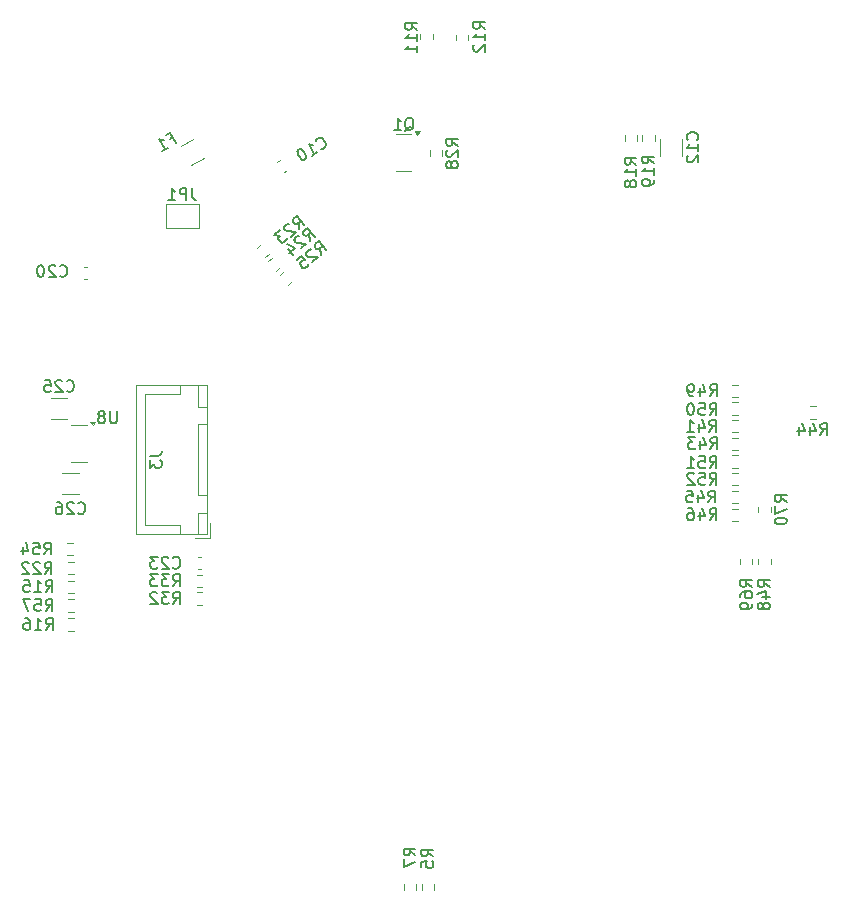
<source format=gbo>
%TF.GenerationSoftware,KiCad,Pcbnew,9.0.2*%
%TF.CreationDate,2026-02-22T16:58:40+01:00*%
%TF.ProjectId,LumiCtrl,4c756d69-4374-4726-9c2e-6b696361645f,rev11*%
%TF.SameCoordinates,Original*%
%TF.FileFunction,Legend,Bot*%
%TF.FilePolarity,Positive*%
%FSLAX46Y46*%
G04 Gerber Fmt 4.6, Leading zero omitted, Abs format (unit mm)*
G04 Created by KiCad (PCBNEW 9.0.2) date 2026-02-22 16:58:41*
%MOMM*%
%LPD*%
G01*
G04 APERTURE LIST*
%ADD10C,0.150000*%
%ADD11C,0.120000*%
G04 APERTURE END LIST*
D10*
X121109580Y-72757142D02*
X121157200Y-72709523D01*
X121157200Y-72709523D02*
X121204819Y-72566666D01*
X121204819Y-72566666D02*
X121204819Y-72471428D01*
X121204819Y-72471428D02*
X121157200Y-72328571D01*
X121157200Y-72328571D02*
X121061961Y-72233333D01*
X121061961Y-72233333D02*
X120966723Y-72185714D01*
X120966723Y-72185714D02*
X120776247Y-72138095D01*
X120776247Y-72138095D02*
X120633390Y-72138095D01*
X120633390Y-72138095D02*
X120442914Y-72185714D01*
X120442914Y-72185714D02*
X120347676Y-72233333D01*
X120347676Y-72233333D02*
X120252438Y-72328571D01*
X120252438Y-72328571D02*
X120204819Y-72471428D01*
X120204819Y-72471428D02*
X120204819Y-72566666D01*
X120204819Y-72566666D02*
X120252438Y-72709523D01*
X120252438Y-72709523D02*
X120300057Y-72757142D01*
X121204819Y-73709523D02*
X121204819Y-73138095D01*
X121204819Y-73423809D02*
X120204819Y-73423809D01*
X120204819Y-73423809D02*
X120347676Y-73328571D01*
X120347676Y-73328571D02*
X120442914Y-73233333D01*
X120442914Y-73233333D02*
X120490533Y-73138095D01*
X120300057Y-74090476D02*
X120252438Y-74138095D01*
X120252438Y-74138095D02*
X120204819Y-74233333D01*
X120204819Y-74233333D02*
X120204819Y-74471428D01*
X120204819Y-74471428D02*
X120252438Y-74566666D01*
X120252438Y-74566666D02*
X120300057Y-74614285D01*
X120300057Y-74614285D02*
X120395295Y-74661904D01*
X120395295Y-74661904D02*
X120490533Y-74661904D01*
X120490533Y-74661904D02*
X120633390Y-74614285D01*
X120633390Y-74614285D02*
X121204819Y-74042857D01*
X121204819Y-74042857D02*
X121204819Y-74661904D01*
X122064773Y-103458541D02*
X122398106Y-102982350D01*
X122636201Y-103458541D02*
X122636201Y-102458541D01*
X122636201Y-102458541D02*
X122255249Y-102458541D01*
X122255249Y-102458541D02*
X122160011Y-102506160D01*
X122160011Y-102506160D02*
X122112392Y-102553779D01*
X122112392Y-102553779D02*
X122064773Y-102649017D01*
X122064773Y-102649017D02*
X122064773Y-102791874D01*
X122064773Y-102791874D02*
X122112392Y-102887112D01*
X122112392Y-102887112D02*
X122160011Y-102934731D01*
X122160011Y-102934731D02*
X122255249Y-102982350D01*
X122255249Y-102982350D02*
X122636201Y-102982350D01*
X121207630Y-102791874D02*
X121207630Y-103458541D01*
X121445725Y-102410922D02*
X121683820Y-103125207D01*
X121683820Y-103125207D02*
X121064773Y-103125207D01*
X120207630Y-102458541D02*
X120683820Y-102458541D01*
X120683820Y-102458541D02*
X120731439Y-102934731D01*
X120731439Y-102934731D02*
X120683820Y-102887112D01*
X120683820Y-102887112D02*
X120588582Y-102839493D01*
X120588582Y-102839493D02*
X120350487Y-102839493D01*
X120350487Y-102839493D02*
X120255249Y-102887112D01*
X120255249Y-102887112D02*
X120207630Y-102934731D01*
X120207630Y-102934731D02*
X120160011Y-103029969D01*
X120160011Y-103029969D02*
X120160011Y-103268064D01*
X120160011Y-103268064D02*
X120207630Y-103363302D01*
X120207630Y-103363302D02*
X120255249Y-103410922D01*
X120255249Y-103410922D02*
X120350487Y-103458541D01*
X120350487Y-103458541D02*
X120588582Y-103458541D01*
X120588582Y-103458541D02*
X120683820Y-103410922D01*
X120683820Y-103410922D02*
X120731439Y-103363302D01*
X122163751Y-104954819D02*
X122497084Y-104478628D01*
X122735179Y-104954819D02*
X122735179Y-103954819D01*
X122735179Y-103954819D02*
X122354227Y-103954819D01*
X122354227Y-103954819D02*
X122258989Y-104002438D01*
X122258989Y-104002438D02*
X122211370Y-104050057D01*
X122211370Y-104050057D02*
X122163751Y-104145295D01*
X122163751Y-104145295D02*
X122163751Y-104288152D01*
X122163751Y-104288152D02*
X122211370Y-104383390D01*
X122211370Y-104383390D02*
X122258989Y-104431009D01*
X122258989Y-104431009D02*
X122354227Y-104478628D01*
X122354227Y-104478628D02*
X122735179Y-104478628D01*
X121306608Y-104288152D02*
X121306608Y-104954819D01*
X121544703Y-103907200D02*
X121782798Y-104621485D01*
X121782798Y-104621485D02*
X121163751Y-104621485D01*
X120354227Y-103954819D02*
X120544703Y-103954819D01*
X120544703Y-103954819D02*
X120639941Y-104002438D01*
X120639941Y-104002438D02*
X120687560Y-104050057D01*
X120687560Y-104050057D02*
X120782798Y-104192914D01*
X120782798Y-104192914D02*
X120830417Y-104383390D01*
X120830417Y-104383390D02*
X120830417Y-104764342D01*
X120830417Y-104764342D02*
X120782798Y-104859580D01*
X120782798Y-104859580D02*
X120735179Y-104907200D01*
X120735179Y-104907200D02*
X120639941Y-104954819D01*
X120639941Y-104954819D02*
X120449465Y-104954819D01*
X120449465Y-104954819D02*
X120354227Y-104907200D01*
X120354227Y-104907200D02*
X120306608Y-104859580D01*
X120306608Y-104859580D02*
X120258989Y-104764342D01*
X120258989Y-104764342D02*
X120258989Y-104526247D01*
X120258989Y-104526247D02*
X120306608Y-104431009D01*
X120306608Y-104431009D02*
X120354227Y-104383390D01*
X120354227Y-104383390D02*
X120449465Y-104335771D01*
X120449465Y-104335771D02*
X120639941Y-104335771D01*
X120639941Y-104335771D02*
X120735179Y-104383390D01*
X120735179Y-104383390D02*
X120782798Y-104431009D01*
X120782798Y-104431009D02*
X120830417Y-104526247D01*
X88284809Y-81335190D02*
X88234068Y-80756145D01*
X88722548Y-80967883D02*
X88079761Y-80201839D01*
X88079761Y-80201839D02*
X87787934Y-80446710D01*
X87787934Y-80446710D02*
X87745587Y-80544406D01*
X87745587Y-80544406D02*
X87739717Y-80611494D01*
X87739717Y-80611494D02*
X87764457Y-80715059D01*
X87764457Y-80715059D02*
X87856284Y-80824494D01*
X87856284Y-80824494D02*
X87953980Y-80866842D01*
X87953980Y-80866842D02*
X88021067Y-80872711D01*
X88021067Y-80872711D02*
X88124633Y-80847972D01*
X88124633Y-80847972D02*
X88416459Y-80603100D01*
X87411413Y-80886974D02*
X87344325Y-80881105D01*
X87344325Y-80881105D02*
X87240760Y-80905844D01*
X87240760Y-80905844D02*
X87058368Y-81058889D01*
X87058368Y-81058889D02*
X87016021Y-81156585D01*
X87016021Y-81156585D02*
X87010151Y-81223672D01*
X87010151Y-81223672D02*
X87034891Y-81327238D01*
X87034891Y-81327238D02*
X87096109Y-81400195D01*
X87096109Y-81400195D02*
X87224414Y-81479021D01*
X87224414Y-81479021D02*
X88029461Y-81549453D01*
X88029461Y-81549453D02*
X87555243Y-81947369D01*
X86470108Y-81987634D02*
X86898633Y-82498330D01*
X86407628Y-81542763D02*
X87049154Y-81936892D01*
X87049154Y-81936892D02*
X86574936Y-82334809D01*
X117454819Y-74757142D02*
X116978628Y-74423809D01*
X117454819Y-74185714D02*
X116454819Y-74185714D01*
X116454819Y-74185714D02*
X116454819Y-74566666D01*
X116454819Y-74566666D02*
X116502438Y-74661904D01*
X116502438Y-74661904D02*
X116550057Y-74709523D01*
X116550057Y-74709523D02*
X116645295Y-74757142D01*
X116645295Y-74757142D02*
X116788152Y-74757142D01*
X116788152Y-74757142D02*
X116883390Y-74709523D01*
X116883390Y-74709523D02*
X116931009Y-74661904D01*
X116931009Y-74661904D02*
X116978628Y-74566666D01*
X116978628Y-74566666D02*
X116978628Y-74185714D01*
X117454819Y-75709523D02*
X117454819Y-75138095D01*
X117454819Y-75423809D02*
X116454819Y-75423809D01*
X116454819Y-75423809D02*
X116597676Y-75328571D01*
X116597676Y-75328571D02*
X116692914Y-75233333D01*
X116692914Y-75233333D02*
X116740533Y-75138095D01*
X117454819Y-76185714D02*
X117454819Y-76376190D01*
X117454819Y-76376190D02*
X117407200Y-76471428D01*
X117407200Y-76471428D02*
X117359580Y-76519047D01*
X117359580Y-76519047D02*
X117216723Y-76614285D01*
X117216723Y-76614285D02*
X117026247Y-76661904D01*
X117026247Y-76661904D02*
X116645295Y-76661904D01*
X116645295Y-76661904D02*
X116550057Y-76614285D01*
X116550057Y-76614285D02*
X116502438Y-76566666D01*
X116502438Y-76566666D02*
X116454819Y-76471428D01*
X116454819Y-76471428D02*
X116454819Y-76280952D01*
X116454819Y-76280952D02*
X116502438Y-76185714D01*
X116502438Y-76185714D02*
X116550057Y-76138095D01*
X116550057Y-76138095D02*
X116645295Y-76090476D01*
X116645295Y-76090476D02*
X116883390Y-76090476D01*
X116883390Y-76090476D02*
X116978628Y-76138095D01*
X116978628Y-76138095D02*
X117026247Y-76185714D01*
X117026247Y-76185714D02*
X117073866Y-76280952D01*
X117073866Y-76280952D02*
X117073866Y-76471428D01*
X117073866Y-76471428D02*
X117026247Y-76566666D01*
X117026247Y-76566666D02*
X116978628Y-76614285D01*
X116978628Y-76614285D02*
X116883390Y-76661904D01*
X131542857Y-97754819D02*
X131876190Y-97278628D01*
X132114285Y-97754819D02*
X132114285Y-96754819D01*
X132114285Y-96754819D02*
X131733333Y-96754819D01*
X131733333Y-96754819D02*
X131638095Y-96802438D01*
X131638095Y-96802438D02*
X131590476Y-96850057D01*
X131590476Y-96850057D02*
X131542857Y-96945295D01*
X131542857Y-96945295D02*
X131542857Y-97088152D01*
X131542857Y-97088152D02*
X131590476Y-97183390D01*
X131590476Y-97183390D02*
X131638095Y-97231009D01*
X131638095Y-97231009D02*
X131733333Y-97278628D01*
X131733333Y-97278628D02*
X132114285Y-97278628D01*
X130685714Y-97088152D02*
X130685714Y-97754819D01*
X130923809Y-96707200D02*
X131161904Y-97421485D01*
X131161904Y-97421485D02*
X130542857Y-97421485D01*
X129733333Y-97088152D02*
X129733333Y-97754819D01*
X129971428Y-96707200D02*
X130209523Y-97421485D01*
X130209523Y-97421485D02*
X129590476Y-97421485D01*
X100854819Y-73257142D02*
X100378628Y-72923809D01*
X100854819Y-72685714D02*
X99854819Y-72685714D01*
X99854819Y-72685714D02*
X99854819Y-73066666D01*
X99854819Y-73066666D02*
X99902438Y-73161904D01*
X99902438Y-73161904D02*
X99950057Y-73209523D01*
X99950057Y-73209523D02*
X100045295Y-73257142D01*
X100045295Y-73257142D02*
X100188152Y-73257142D01*
X100188152Y-73257142D02*
X100283390Y-73209523D01*
X100283390Y-73209523D02*
X100331009Y-73161904D01*
X100331009Y-73161904D02*
X100378628Y-73066666D01*
X100378628Y-73066666D02*
X100378628Y-72685714D01*
X99950057Y-73638095D02*
X99902438Y-73685714D01*
X99902438Y-73685714D02*
X99854819Y-73780952D01*
X99854819Y-73780952D02*
X99854819Y-74019047D01*
X99854819Y-74019047D02*
X99902438Y-74114285D01*
X99902438Y-74114285D02*
X99950057Y-74161904D01*
X99950057Y-74161904D02*
X100045295Y-74209523D01*
X100045295Y-74209523D02*
X100140533Y-74209523D01*
X100140533Y-74209523D02*
X100283390Y-74161904D01*
X100283390Y-74161904D02*
X100854819Y-73590476D01*
X100854819Y-73590476D02*
X100854819Y-74209523D01*
X100283390Y-74780952D02*
X100235771Y-74685714D01*
X100235771Y-74685714D02*
X100188152Y-74638095D01*
X100188152Y-74638095D02*
X100092914Y-74590476D01*
X100092914Y-74590476D02*
X100045295Y-74590476D01*
X100045295Y-74590476D02*
X99950057Y-74638095D01*
X99950057Y-74638095D02*
X99902438Y-74685714D01*
X99902438Y-74685714D02*
X99854819Y-74780952D01*
X99854819Y-74780952D02*
X99854819Y-74971428D01*
X99854819Y-74971428D02*
X99902438Y-75066666D01*
X99902438Y-75066666D02*
X99950057Y-75114285D01*
X99950057Y-75114285D02*
X100045295Y-75161904D01*
X100045295Y-75161904D02*
X100092914Y-75161904D01*
X100092914Y-75161904D02*
X100188152Y-75114285D01*
X100188152Y-75114285D02*
X100235771Y-75066666D01*
X100235771Y-75066666D02*
X100283390Y-74971428D01*
X100283390Y-74971428D02*
X100283390Y-74780952D01*
X100283390Y-74780952D02*
X100331009Y-74685714D01*
X100331009Y-74685714D02*
X100378628Y-74638095D01*
X100378628Y-74638095D02*
X100473866Y-74590476D01*
X100473866Y-74590476D02*
X100664342Y-74590476D01*
X100664342Y-74590476D02*
X100759580Y-74638095D01*
X100759580Y-74638095D02*
X100807200Y-74685714D01*
X100807200Y-74685714D02*
X100854819Y-74780952D01*
X100854819Y-74780952D02*
X100854819Y-74971428D01*
X100854819Y-74971428D02*
X100807200Y-75066666D01*
X100807200Y-75066666D02*
X100759580Y-75114285D01*
X100759580Y-75114285D02*
X100664342Y-75161904D01*
X100664342Y-75161904D02*
X100473866Y-75161904D01*
X100473866Y-75161904D02*
X100378628Y-75114285D01*
X100378628Y-75114285D02*
X100331009Y-75066666D01*
X100331009Y-75066666D02*
X100283390Y-74971428D01*
X122167857Y-101954819D02*
X122501190Y-101478628D01*
X122739285Y-101954819D02*
X122739285Y-100954819D01*
X122739285Y-100954819D02*
X122358333Y-100954819D01*
X122358333Y-100954819D02*
X122263095Y-101002438D01*
X122263095Y-101002438D02*
X122215476Y-101050057D01*
X122215476Y-101050057D02*
X122167857Y-101145295D01*
X122167857Y-101145295D02*
X122167857Y-101288152D01*
X122167857Y-101288152D02*
X122215476Y-101383390D01*
X122215476Y-101383390D02*
X122263095Y-101431009D01*
X122263095Y-101431009D02*
X122358333Y-101478628D01*
X122358333Y-101478628D02*
X122739285Y-101478628D01*
X121263095Y-100954819D02*
X121739285Y-100954819D01*
X121739285Y-100954819D02*
X121786904Y-101431009D01*
X121786904Y-101431009D02*
X121739285Y-101383390D01*
X121739285Y-101383390D02*
X121644047Y-101335771D01*
X121644047Y-101335771D02*
X121405952Y-101335771D01*
X121405952Y-101335771D02*
X121310714Y-101383390D01*
X121310714Y-101383390D02*
X121263095Y-101431009D01*
X121263095Y-101431009D02*
X121215476Y-101526247D01*
X121215476Y-101526247D02*
X121215476Y-101764342D01*
X121215476Y-101764342D02*
X121263095Y-101859580D01*
X121263095Y-101859580D02*
X121310714Y-101907200D01*
X121310714Y-101907200D02*
X121405952Y-101954819D01*
X121405952Y-101954819D02*
X121644047Y-101954819D01*
X121644047Y-101954819D02*
X121739285Y-101907200D01*
X121739285Y-101907200D02*
X121786904Y-101859580D01*
X120834523Y-101050057D02*
X120786904Y-101002438D01*
X120786904Y-101002438D02*
X120691666Y-100954819D01*
X120691666Y-100954819D02*
X120453571Y-100954819D01*
X120453571Y-100954819D02*
X120358333Y-101002438D01*
X120358333Y-101002438D02*
X120310714Y-101050057D01*
X120310714Y-101050057D02*
X120263095Y-101145295D01*
X120263095Y-101145295D02*
X120263095Y-101240533D01*
X120263095Y-101240533D02*
X120310714Y-101383390D01*
X120310714Y-101383390D02*
X120882142Y-101954819D01*
X120882142Y-101954819D02*
X120263095Y-101954819D01*
X98754819Y-133433333D02*
X98278628Y-133100000D01*
X98754819Y-132861905D02*
X97754819Y-132861905D01*
X97754819Y-132861905D02*
X97754819Y-133242857D01*
X97754819Y-133242857D02*
X97802438Y-133338095D01*
X97802438Y-133338095D02*
X97850057Y-133385714D01*
X97850057Y-133385714D02*
X97945295Y-133433333D01*
X97945295Y-133433333D02*
X98088152Y-133433333D01*
X98088152Y-133433333D02*
X98183390Y-133385714D01*
X98183390Y-133385714D02*
X98231009Y-133338095D01*
X98231009Y-133338095D02*
X98278628Y-133242857D01*
X98278628Y-133242857D02*
X98278628Y-132861905D01*
X97754819Y-134338095D02*
X97754819Y-133861905D01*
X97754819Y-133861905D02*
X98231009Y-133814286D01*
X98231009Y-133814286D02*
X98183390Y-133861905D01*
X98183390Y-133861905D02*
X98135771Y-133957143D01*
X98135771Y-133957143D02*
X98135771Y-134195238D01*
X98135771Y-134195238D02*
X98183390Y-134290476D01*
X98183390Y-134290476D02*
X98231009Y-134338095D01*
X98231009Y-134338095D02*
X98326247Y-134385714D01*
X98326247Y-134385714D02*
X98564342Y-134385714D01*
X98564342Y-134385714D02*
X98659580Y-134338095D01*
X98659580Y-134338095D02*
X98707200Y-134290476D01*
X98707200Y-134290476D02*
X98754819Y-134195238D01*
X98754819Y-134195238D02*
X98754819Y-133957143D01*
X98754819Y-133957143D02*
X98707200Y-133861905D01*
X98707200Y-133861905D02*
X98659580Y-133814286D01*
X67717857Y-94009580D02*
X67765476Y-94057200D01*
X67765476Y-94057200D02*
X67908333Y-94104819D01*
X67908333Y-94104819D02*
X68003571Y-94104819D01*
X68003571Y-94104819D02*
X68146428Y-94057200D01*
X68146428Y-94057200D02*
X68241666Y-93961961D01*
X68241666Y-93961961D02*
X68289285Y-93866723D01*
X68289285Y-93866723D02*
X68336904Y-93676247D01*
X68336904Y-93676247D02*
X68336904Y-93533390D01*
X68336904Y-93533390D02*
X68289285Y-93342914D01*
X68289285Y-93342914D02*
X68241666Y-93247676D01*
X68241666Y-93247676D02*
X68146428Y-93152438D01*
X68146428Y-93152438D02*
X68003571Y-93104819D01*
X68003571Y-93104819D02*
X67908333Y-93104819D01*
X67908333Y-93104819D02*
X67765476Y-93152438D01*
X67765476Y-93152438D02*
X67717857Y-93200057D01*
X67336904Y-93200057D02*
X67289285Y-93152438D01*
X67289285Y-93152438D02*
X67194047Y-93104819D01*
X67194047Y-93104819D02*
X66955952Y-93104819D01*
X66955952Y-93104819D02*
X66860714Y-93152438D01*
X66860714Y-93152438D02*
X66813095Y-93200057D01*
X66813095Y-93200057D02*
X66765476Y-93295295D01*
X66765476Y-93295295D02*
X66765476Y-93390533D01*
X66765476Y-93390533D02*
X66813095Y-93533390D01*
X66813095Y-93533390D02*
X67384523Y-94104819D01*
X67384523Y-94104819D02*
X66765476Y-94104819D01*
X65860714Y-93104819D02*
X66336904Y-93104819D01*
X66336904Y-93104819D02*
X66384523Y-93581009D01*
X66384523Y-93581009D02*
X66336904Y-93533390D01*
X66336904Y-93533390D02*
X66241666Y-93485771D01*
X66241666Y-93485771D02*
X66003571Y-93485771D01*
X66003571Y-93485771D02*
X65908333Y-93533390D01*
X65908333Y-93533390D02*
X65860714Y-93581009D01*
X65860714Y-93581009D02*
X65813095Y-93676247D01*
X65813095Y-93676247D02*
X65813095Y-93914342D01*
X65813095Y-93914342D02*
X65860714Y-94009580D01*
X65860714Y-94009580D02*
X65908333Y-94057200D01*
X65908333Y-94057200D02*
X66003571Y-94104819D01*
X66003571Y-94104819D02*
X66241666Y-94104819D01*
X66241666Y-94104819D02*
X66336904Y-94057200D01*
X66336904Y-94057200D02*
X66384523Y-94009580D01*
X65855357Y-109504819D02*
X66188690Y-109028628D01*
X66426785Y-109504819D02*
X66426785Y-108504819D01*
X66426785Y-108504819D02*
X66045833Y-108504819D01*
X66045833Y-108504819D02*
X65950595Y-108552438D01*
X65950595Y-108552438D02*
X65902976Y-108600057D01*
X65902976Y-108600057D02*
X65855357Y-108695295D01*
X65855357Y-108695295D02*
X65855357Y-108838152D01*
X65855357Y-108838152D02*
X65902976Y-108933390D01*
X65902976Y-108933390D02*
X65950595Y-108981009D01*
X65950595Y-108981009D02*
X66045833Y-109028628D01*
X66045833Y-109028628D02*
X66426785Y-109028628D01*
X65474404Y-108600057D02*
X65426785Y-108552438D01*
X65426785Y-108552438D02*
X65331547Y-108504819D01*
X65331547Y-108504819D02*
X65093452Y-108504819D01*
X65093452Y-108504819D02*
X64998214Y-108552438D01*
X64998214Y-108552438D02*
X64950595Y-108600057D01*
X64950595Y-108600057D02*
X64902976Y-108695295D01*
X64902976Y-108695295D02*
X64902976Y-108790533D01*
X64902976Y-108790533D02*
X64950595Y-108933390D01*
X64950595Y-108933390D02*
X65522023Y-109504819D01*
X65522023Y-109504819D02*
X64902976Y-109504819D01*
X64522023Y-108600057D02*
X64474404Y-108552438D01*
X64474404Y-108552438D02*
X64379166Y-108504819D01*
X64379166Y-108504819D02*
X64141071Y-108504819D01*
X64141071Y-108504819D02*
X64045833Y-108552438D01*
X64045833Y-108552438D02*
X63998214Y-108600057D01*
X63998214Y-108600057D02*
X63950595Y-108695295D01*
X63950595Y-108695295D02*
X63950595Y-108790533D01*
X63950595Y-108790533D02*
X63998214Y-108933390D01*
X63998214Y-108933390D02*
X64569642Y-109504819D01*
X64569642Y-109504819D02*
X63950595Y-109504819D01*
X67142857Y-84259580D02*
X67190476Y-84307200D01*
X67190476Y-84307200D02*
X67333333Y-84354819D01*
X67333333Y-84354819D02*
X67428571Y-84354819D01*
X67428571Y-84354819D02*
X67571428Y-84307200D01*
X67571428Y-84307200D02*
X67666666Y-84211961D01*
X67666666Y-84211961D02*
X67714285Y-84116723D01*
X67714285Y-84116723D02*
X67761904Y-83926247D01*
X67761904Y-83926247D02*
X67761904Y-83783390D01*
X67761904Y-83783390D02*
X67714285Y-83592914D01*
X67714285Y-83592914D02*
X67666666Y-83497676D01*
X67666666Y-83497676D02*
X67571428Y-83402438D01*
X67571428Y-83402438D02*
X67428571Y-83354819D01*
X67428571Y-83354819D02*
X67333333Y-83354819D01*
X67333333Y-83354819D02*
X67190476Y-83402438D01*
X67190476Y-83402438D02*
X67142857Y-83450057D01*
X66761904Y-83450057D02*
X66714285Y-83402438D01*
X66714285Y-83402438D02*
X66619047Y-83354819D01*
X66619047Y-83354819D02*
X66380952Y-83354819D01*
X66380952Y-83354819D02*
X66285714Y-83402438D01*
X66285714Y-83402438D02*
X66238095Y-83450057D01*
X66238095Y-83450057D02*
X66190476Y-83545295D01*
X66190476Y-83545295D02*
X66190476Y-83640533D01*
X66190476Y-83640533D02*
X66238095Y-83783390D01*
X66238095Y-83783390D02*
X66809523Y-84354819D01*
X66809523Y-84354819D02*
X66190476Y-84354819D01*
X65571428Y-83354819D02*
X65476190Y-83354819D01*
X65476190Y-83354819D02*
X65380952Y-83402438D01*
X65380952Y-83402438D02*
X65333333Y-83450057D01*
X65333333Y-83450057D02*
X65285714Y-83545295D01*
X65285714Y-83545295D02*
X65238095Y-83735771D01*
X65238095Y-83735771D02*
X65238095Y-83973866D01*
X65238095Y-83973866D02*
X65285714Y-84164342D01*
X65285714Y-84164342D02*
X65333333Y-84259580D01*
X65333333Y-84259580D02*
X65380952Y-84307200D01*
X65380952Y-84307200D02*
X65476190Y-84354819D01*
X65476190Y-84354819D02*
X65571428Y-84354819D01*
X65571428Y-84354819D02*
X65666666Y-84307200D01*
X65666666Y-84307200D02*
X65714285Y-84259580D01*
X65714285Y-84259580D02*
X65761904Y-84164342D01*
X65761904Y-84164342D02*
X65809523Y-83973866D01*
X65809523Y-83973866D02*
X65809523Y-83735771D01*
X65809523Y-83735771D02*
X65761904Y-83545295D01*
X65761904Y-83545295D02*
X65714285Y-83450057D01*
X65714285Y-83450057D02*
X65666666Y-83402438D01*
X65666666Y-83402438D02*
X65571428Y-83354819D01*
X87412429Y-80335189D02*
X87361688Y-79756144D01*
X87850168Y-79967882D02*
X87207381Y-79201838D01*
X87207381Y-79201838D02*
X86915554Y-79446709D01*
X86915554Y-79446709D02*
X86873207Y-79544405D01*
X86873207Y-79544405D02*
X86867337Y-79611493D01*
X86867337Y-79611493D02*
X86892077Y-79715058D01*
X86892077Y-79715058D02*
X86983904Y-79824493D01*
X86983904Y-79824493D02*
X87081600Y-79866841D01*
X87081600Y-79866841D02*
X87148687Y-79872710D01*
X87148687Y-79872710D02*
X87252253Y-79847971D01*
X87252253Y-79847971D02*
X87544079Y-79603099D01*
X86539033Y-79886973D02*
X86471945Y-79881104D01*
X86471945Y-79881104D02*
X86368380Y-79905843D01*
X86368380Y-79905843D02*
X86185988Y-80058888D01*
X86185988Y-80058888D02*
X86143641Y-80156584D01*
X86143641Y-80156584D02*
X86137771Y-80223671D01*
X86137771Y-80223671D02*
X86162511Y-80327237D01*
X86162511Y-80327237D02*
X86223729Y-80400194D01*
X86223729Y-80400194D02*
X86352034Y-80479020D01*
X86352034Y-80479020D02*
X87157081Y-80549452D01*
X87157081Y-80549452D02*
X86682863Y-80947368D01*
X85784727Y-80395586D02*
X85310509Y-80793502D01*
X85310509Y-80793502D02*
X85810728Y-80871066D01*
X85810728Y-80871066D02*
X85701294Y-80962893D01*
X85701294Y-80962893D02*
X85658946Y-81060589D01*
X85658946Y-81060589D02*
X85653076Y-81127677D01*
X85653076Y-81127677D02*
X85677816Y-81231242D01*
X85677816Y-81231242D02*
X85830861Y-81413634D01*
X85830861Y-81413634D02*
X85928557Y-81455981D01*
X85928557Y-81455981D02*
X85995644Y-81461851D01*
X85995644Y-81461851D02*
X86099210Y-81437111D01*
X86099210Y-81437111D02*
X86318079Y-81253458D01*
X86318079Y-81253458D02*
X86360427Y-81155761D01*
X86360427Y-81155761D02*
X86366297Y-81088674D01*
X97404819Y-63457142D02*
X96928628Y-63123809D01*
X97404819Y-62885714D02*
X96404819Y-62885714D01*
X96404819Y-62885714D02*
X96404819Y-63266666D01*
X96404819Y-63266666D02*
X96452438Y-63361904D01*
X96452438Y-63361904D02*
X96500057Y-63409523D01*
X96500057Y-63409523D02*
X96595295Y-63457142D01*
X96595295Y-63457142D02*
X96738152Y-63457142D01*
X96738152Y-63457142D02*
X96833390Y-63409523D01*
X96833390Y-63409523D02*
X96881009Y-63361904D01*
X96881009Y-63361904D02*
X96928628Y-63266666D01*
X96928628Y-63266666D02*
X96928628Y-62885714D01*
X97404819Y-64409523D02*
X97404819Y-63838095D01*
X97404819Y-64123809D02*
X96404819Y-64123809D01*
X96404819Y-64123809D02*
X96547676Y-64028571D01*
X96547676Y-64028571D02*
X96642914Y-63933333D01*
X96642914Y-63933333D02*
X96690533Y-63838095D01*
X97404819Y-65361904D02*
X97404819Y-64790476D01*
X97404819Y-65076190D02*
X96404819Y-65076190D01*
X96404819Y-65076190D02*
X96547676Y-64980952D01*
X96547676Y-64980952D02*
X96642914Y-64885714D01*
X96642914Y-64885714D02*
X96690533Y-64790476D01*
X128684819Y-103407142D02*
X128208628Y-103073809D01*
X128684819Y-102835714D02*
X127684819Y-102835714D01*
X127684819Y-102835714D02*
X127684819Y-103216666D01*
X127684819Y-103216666D02*
X127732438Y-103311904D01*
X127732438Y-103311904D02*
X127780057Y-103359523D01*
X127780057Y-103359523D02*
X127875295Y-103407142D01*
X127875295Y-103407142D02*
X128018152Y-103407142D01*
X128018152Y-103407142D02*
X128113390Y-103359523D01*
X128113390Y-103359523D02*
X128161009Y-103311904D01*
X128161009Y-103311904D02*
X128208628Y-103216666D01*
X128208628Y-103216666D02*
X128208628Y-102835714D01*
X127684819Y-103740476D02*
X127684819Y-104407142D01*
X127684819Y-104407142D02*
X128684819Y-103978571D01*
X127684819Y-104978571D02*
X127684819Y-105073809D01*
X127684819Y-105073809D02*
X127732438Y-105169047D01*
X127732438Y-105169047D02*
X127780057Y-105216666D01*
X127780057Y-105216666D02*
X127875295Y-105264285D01*
X127875295Y-105264285D02*
X128065771Y-105311904D01*
X128065771Y-105311904D02*
X128303866Y-105311904D01*
X128303866Y-105311904D02*
X128494342Y-105264285D01*
X128494342Y-105264285D02*
X128589580Y-105216666D01*
X128589580Y-105216666D02*
X128637200Y-105169047D01*
X128637200Y-105169047D02*
X128684819Y-105073809D01*
X128684819Y-105073809D02*
X128684819Y-104978571D01*
X128684819Y-104978571D02*
X128637200Y-104883333D01*
X128637200Y-104883333D02*
X128589580Y-104835714D01*
X128589580Y-104835714D02*
X128494342Y-104788095D01*
X128494342Y-104788095D02*
X128303866Y-104740476D01*
X128303866Y-104740476D02*
X128065771Y-104740476D01*
X128065771Y-104740476D02*
X127875295Y-104788095D01*
X127875295Y-104788095D02*
X127780057Y-104835714D01*
X127780057Y-104835714D02*
X127732438Y-104883333D01*
X127732438Y-104883333D02*
X127684819Y-104978571D01*
X76715239Y-110554819D02*
X77048572Y-110078628D01*
X77286667Y-110554819D02*
X77286667Y-109554819D01*
X77286667Y-109554819D02*
X76905715Y-109554819D01*
X76905715Y-109554819D02*
X76810477Y-109602438D01*
X76810477Y-109602438D02*
X76762858Y-109650057D01*
X76762858Y-109650057D02*
X76715239Y-109745295D01*
X76715239Y-109745295D02*
X76715239Y-109888152D01*
X76715239Y-109888152D02*
X76762858Y-109983390D01*
X76762858Y-109983390D02*
X76810477Y-110031009D01*
X76810477Y-110031009D02*
X76905715Y-110078628D01*
X76905715Y-110078628D02*
X77286667Y-110078628D01*
X76381905Y-109554819D02*
X75762858Y-109554819D01*
X75762858Y-109554819D02*
X76096191Y-109935771D01*
X76096191Y-109935771D02*
X75953334Y-109935771D01*
X75953334Y-109935771D02*
X75858096Y-109983390D01*
X75858096Y-109983390D02*
X75810477Y-110031009D01*
X75810477Y-110031009D02*
X75762858Y-110126247D01*
X75762858Y-110126247D02*
X75762858Y-110364342D01*
X75762858Y-110364342D02*
X75810477Y-110459580D01*
X75810477Y-110459580D02*
X75858096Y-110507200D01*
X75858096Y-110507200D02*
X75953334Y-110554819D01*
X75953334Y-110554819D02*
X76239048Y-110554819D01*
X76239048Y-110554819D02*
X76334286Y-110507200D01*
X76334286Y-110507200D02*
X76381905Y-110459580D01*
X75429524Y-109554819D02*
X74810477Y-109554819D01*
X74810477Y-109554819D02*
X75143810Y-109935771D01*
X75143810Y-109935771D02*
X75000953Y-109935771D01*
X75000953Y-109935771D02*
X74905715Y-109983390D01*
X74905715Y-109983390D02*
X74858096Y-110031009D01*
X74858096Y-110031009D02*
X74810477Y-110126247D01*
X74810477Y-110126247D02*
X74810477Y-110364342D01*
X74810477Y-110364342D02*
X74858096Y-110459580D01*
X74858096Y-110459580D02*
X74905715Y-110507200D01*
X74905715Y-110507200D02*
X75000953Y-110554819D01*
X75000953Y-110554819D02*
X75286667Y-110554819D01*
X75286667Y-110554819D02*
X75381905Y-110507200D01*
X75381905Y-110507200D02*
X75429524Y-110459580D01*
X89257004Y-82494369D02*
X89206263Y-81915324D01*
X89694743Y-82127062D02*
X89051956Y-81361018D01*
X89051956Y-81361018D02*
X88760129Y-81605889D01*
X88760129Y-81605889D02*
X88717782Y-81703585D01*
X88717782Y-81703585D02*
X88711912Y-81770673D01*
X88711912Y-81770673D02*
X88736652Y-81874238D01*
X88736652Y-81874238D02*
X88828479Y-81983673D01*
X88828479Y-81983673D02*
X88926175Y-82026021D01*
X88926175Y-82026021D02*
X88993262Y-82031890D01*
X88993262Y-82031890D02*
X89096828Y-82007151D01*
X89096828Y-82007151D02*
X89388654Y-81762279D01*
X88383608Y-82046153D02*
X88316520Y-82040284D01*
X88316520Y-82040284D02*
X88212955Y-82065023D01*
X88212955Y-82065023D02*
X88030563Y-82218068D01*
X88030563Y-82218068D02*
X87988216Y-82315764D01*
X87988216Y-82315764D02*
X87982346Y-82382851D01*
X87982346Y-82382851D02*
X88007086Y-82486417D01*
X88007086Y-82486417D02*
X88068304Y-82559374D01*
X88068304Y-82559374D02*
X88196609Y-82638200D01*
X88196609Y-82638200D02*
X89001656Y-82708632D01*
X89001656Y-82708632D02*
X88527438Y-83106548D01*
X87191562Y-82922073D02*
X87556345Y-82615984D01*
X87556345Y-82615984D02*
X87898913Y-82950158D01*
X87898913Y-82950158D02*
X87831826Y-82944289D01*
X87831826Y-82944289D02*
X87728260Y-82969028D01*
X87728260Y-82969028D02*
X87545869Y-83122073D01*
X87545869Y-83122073D02*
X87503521Y-83219769D01*
X87503521Y-83219769D02*
X87497651Y-83286857D01*
X87497651Y-83286857D02*
X87522391Y-83390422D01*
X87522391Y-83390422D02*
X87675436Y-83572814D01*
X87675436Y-83572814D02*
X87773132Y-83615161D01*
X87773132Y-83615161D02*
X87840219Y-83621031D01*
X87840219Y-83621031D02*
X87943785Y-83596291D01*
X87943785Y-83596291D02*
X88126176Y-83443246D01*
X88126176Y-83443246D02*
X88168524Y-83345550D01*
X88168524Y-83345550D02*
X88174393Y-83278463D01*
X122167857Y-100554819D02*
X122501190Y-100078628D01*
X122739285Y-100554819D02*
X122739285Y-99554819D01*
X122739285Y-99554819D02*
X122358333Y-99554819D01*
X122358333Y-99554819D02*
X122263095Y-99602438D01*
X122263095Y-99602438D02*
X122215476Y-99650057D01*
X122215476Y-99650057D02*
X122167857Y-99745295D01*
X122167857Y-99745295D02*
X122167857Y-99888152D01*
X122167857Y-99888152D02*
X122215476Y-99983390D01*
X122215476Y-99983390D02*
X122263095Y-100031009D01*
X122263095Y-100031009D02*
X122358333Y-100078628D01*
X122358333Y-100078628D02*
X122739285Y-100078628D01*
X121263095Y-99554819D02*
X121739285Y-99554819D01*
X121739285Y-99554819D02*
X121786904Y-100031009D01*
X121786904Y-100031009D02*
X121739285Y-99983390D01*
X121739285Y-99983390D02*
X121644047Y-99935771D01*
X121644047Y-99935771D02*
X121405952Y-99935771D01*
X121405952Y-99935771D02*
X121310714Y-99983390D01*
X121310714Y-99983390D02*
X121263095Y-100031009D01*
X121263095Y-100031009D02*
X121215476Y-100126247D01*
X121215476Y-100126247D02*
X121215476Y-100364342D01*
X121215476Y-100364342D02*
X121263095Y-100459580D01*
X121263095Y-100459580D02*
X121310714Y-100507200D01*
X121310714Y-100507200D02*
X121405952Y-100554819D01*
X121405952Y-100554819D02*
X121644047Y-100554819D01*
X121644047Y-100554819D02*
X121739285Y-100507200D01*
X121739285Y-100507200D02*
X121786904Y-100459580D01*
X120263095Y-100554819D02*
X120834523Y-100554819D01*
X120548809Y-100554819D02*
X120548809Y-99554819D01*
X120548809Y-99554819D02*
X120644047Y-99697676D01*
X120644047Y-99697676D02*
X120739285Y-99792914D01*
X120739285Y-99792914D02*
X120834523Y-99840533D01*
X97254819Y-133333333D02*
X96778628Y-133000000D01*
X97254819Y-132761905D02*
X96254819Y-132761905D01*
X96254819Y-132761905D02*
X96254819Y-133142857D01*
X96254819Y-133142857D02*
X96302438Y-133238095D01*
X96302438Y-133238095D02*
X96350057Y-133285714D01*
X96350057Y-133285714D02*
X96445295Y-133333333D01*
X96445295Y-133333333D02*
X96588152Y-133333333D01*
X96588152Y-133333333D02*
X96683390Y-133285714D01*
X96683390Y-133285714D02*
X96731009Y-133238095D01*
X96731009Y-133238095D02*
X96778628Y-133142857D01*
X96778628Y-133142857D02*
X96778628Y-132761905D01*
X96254819Y-133666667D02*
X96254819Y-134333333D01*
X96254819Y-134333333D02*
X97254819Y-133904762D01*
X78333333Y-76854819D02*
X78333333Y-77569104D01*
X78333333Y-77569104D02*
X78380952Y-77711961D01*
X78380952Y-77711961D02*
X78476190Y-77807200D01*
X78476190Y-77807200D02*
X78619047Y-77854819D01*
X78619047Y-77854819D02*
X78714285Y-77854819D01*
X77857142Y-77854819D02*
X77857142Y-76854819D01*
X77857142Y-76854819D02*
X77476190Y-76854819D01*
X77476190Y-76854819D02*
X77380952Y-76902438D01*
X77380952Y-76902438D02*
X77333333Y-76950057D01*
X77333333Y-76950057D02*
X77285714Y-77045295D01*
X77285714Y-77045295D02*
X77285714Y-77188152D01*
X77285714Y-77188152D02*
X77333333Y-77283390D01*
X77333333Y-77283390D02*
X77380952Y-77331009D01*
X77380952Y-77331009D02*
X77476190Y-77378628D01*
X77476190Y-77378628D02*
X77857142Y-77378628D01*
X76333333Y-77854819D02*
X76904761Y-77854819D01*
X76619047Y-77854819D02*
X76619047Y-76854819D01*
X76619047Y-76854819D02*
X76714285Y-76997676D01*
X76714285Y-76997676D02*
X76809523Y-77092914D01*
X76809523Y-77092914D02*
X76904761Y-77140533D01*
X76454178Y-72723585D02*
X76742854Y-72556919D01*
X77004758Y-73010551D02*
X76504758Y-72144526D01*
X76504758Y-72144526D02*
X76092365Y-72382621D01*
X75808818Y-73701027D02*
X76303690Y-73415313D01*
X76056254Y-73558170D02*
X75556254Y-72692145D01*
X75556254Y-72692145D02*
X75710161Y-72768244D01*
X75710161Y-72768244D02*
X75840259Y-72803103D01*
X75840259Y-72803103D02*
X75946547Y-72796723D01*
X127251097Y-110606743D02*
X126774906Y-110273410D01*
X127251097Y-110035315D02*
X126251097Y-110035315D01*
X126251097Y-110035315D02*
X126251097Y-110416267D01*
X126251097Y-110416267D02*
X126298716Y-110511505D01*
X126298716Y-110511505D02*
X126346335Y-110559124D01*
X126346335Y-110559124D02*
X126441573Y-110606743D01*
X126441573Y-110606743D02*
X126584430Y-110606743D01*
X126584430Y-110606743D02*
X126679668Y-110559124D01*
X126679668Y-110559124D02*
X126727287Y-110511505D01*
X126727287Y-110511505D02*
X126774906Y-110416267D01*
X126774906Y-110416267D02*
X126774906Y-110035315D01*
X126584430Y-111463886D02*
X127251097Y-111463886D01*
X126203478Y-111225791D02*
X126917763Y-110987696D01*
X126917763Y-110987696D02*
X126917763Y-111606743D01*
X126679668Y-112130553D02*
X126632049Y-112035315D01*
X126632049Y-112035315D02*
X126584430Y-111987696D01*
X126584430Y-111987696D02*
X126489192Y-111940077D01*
X126489192Y-111940077D02*
X126441573Y-111940077D01*
X126441573Y-111940077D02*
X126346335Y-111987696D01*
X126346335Y-111987696D02*
X126298716Y-112035315D01*
X126298716Y-112035315D02*
X126251097Y-112130553D01*
X126251097Y-112130553D02*
X126251097Y-112321029D01*
X126251097Y-112321029D02*
X126298716Y-112416267D01*
X126298716Y-112416267D02*
X126346335Y-112463886D01*
X126346335Y-112463886D02*
X126441573Y-112511505D01*
X126441573Y-112511505D02*
X126489192Y-112511505D01*
X126489192Y-112511505D02*
X126584430Y-112463886D01*
X126584430Y-112463886D02*
X126632049Y-112416267D01*
X126632049Y-112416267D02*
X126679668Y-112321029D01*
X126679668Y-112321029D02*
X126679668Y-112130553D01*
X126679668Y-112130553D02*
X126727287Y-112035315D01*
X126727287Y-112035315D02*
X126774906Y-111987696D01*
X126774906Y-111987696D02*
X126870144Y-111940077D01*
X126870144Y-111940077D02*
X127060620Y-111940077D01*
X127060620Y-111940077D02*
X127155858Y-111987696D01*
X127155858Y-111987696D02*
X127203478Y-112035315D01*
X127203478Y-112035315D02*
X127251097Y-112130553D01*
X127251097Y-112130553D02*
X127251097Y-112321029D01*
X127251097Y-112321029D02*
X127203478Y-112416267D01*
X127203478Y-112416267D02*
X127155858Y-112463886D01*
X127155858Y-112463886D02*
X127060620Y-112511505D01*
X127060620Y-112511505D02*
X126870144Y-112511505D01*
X126870144Y-112511505D02*
X126774906Y-112463886D01*
X126774906Y-112463886D02*
X126727287Y-112416267D01*
X126727287Y-112416267D02*
X126679668Y-112321029D01*
X65817857Y-107864819D02*
X66151190Y-107388628D01*
X66389285Y-107864819D02*
X66389285Y-106864819D01*
X66389285Y-106864819D02*
X66008333Y-106864819D01*
X66008333Y-106864819D02*
X65913095Y-106912438D01*
X65913095Y-106912438D02*
X65865476Y-106960057D01*
X65865476Y-106960057D02*
X65817857Y-107055295D01*
X65817857Y-107055295D02*
X65817857Y-107198152D01*
X65817857Y-107198152D02*
X65865476Y-107293390D01*
X65865476Y-107293390D02*
X65913095Y-107341009D01*
X65913095Y-107341009D02*
X66008333Y-107388628D01*
X66008333Y-107388628D02*
X66389285Y-107388628D01*
X64913095Y-106864819D02*
X65389285Y-106864819D01*
X65389285Y-106864819D02*
X65436904Y-107341009D01*
X65436904Y-107341009D02*
X65389285Y-107293390D01*
X65389285Y-107293390D02*
X65294047Y-107245771D01*
X65294047Y-107245771D02*
X65055952Y-107245771D01*
X65055952Y-107245771D02*
X64960714Y-107293390D01*
X64960714Y-107293390D02*
X64913095Y-107341009D01*
X64913095Y-107341009D02*
X64865476Y-107436247D01*
X64865476Y-107436247D02*
X64865476Y-107674342D01*
X64865476Y-107674342D02*
X64913095Y-107769580D01*
X64913095Y-107769580D02*
X64960714Y-107817200D01*
X64960714Y-107817200D02*
X65055952Y-107864819D01*
X65055952Y-107864819D02*
X65294047Y-107864819D01*
X65294047Y-107864819D02*
X65389285Y-107817200D01*
X65389285Y-107817200D02*
X65436904Y-107769580D01*
X64008333Y-107198152D02*
X64008333Y-107864819D01*
X64246428Y-106817200D02*
X64484523Y-107531485D01*
X64484523Y-107531485D02*
X63865476Y-107531485D01*
X76715239Y-108959580D02*
X76762858Y-109007200D01*
X76762858Y-109007200D02*
X76905715Y-109054819D01*
X76905715Y-109054819D02*
X77000953Y-109054819D01*
X77000953Y-109054819D02*
X77143810Y-109007200D01*
X77143810Y-109007200D02*
X77239048Y-108911961D01*
X77239048Y-108911961D02*
X77286667Y-108816723D01*
X77286667Y-108816723D02*
X77334286Y-108626247D01*
X77334286Y-108626247D02*
X77334286Y-108483390D01*
X77334286Y-108483390D02*
X77286667Y-108292914D01*
X77286667Y-108292914D02*
X77239048Y-108197676D01*
X77239048Y-108197676D02*
X77143810Y-108102438D01*
X77143810Y-108102438D02*
X77000953Y-108054819D01*
X77000953Y-108054819D02*
X76905715Y-108054819D01*
X76905715Y-108054819D02*
X76762858Y-108102438D01*
X76762858Y-108102438D02*
X76715239Y-108150057D01*
X76334286Y-108150057D02*
X76286667Y-108102438D01*
X76286667Y-108102438D02*
X76191429Y-108054819D01*
X76191429Y-108054819D02*
X75953334Y-108054819D01*
X75953334Y-108054819D02*
X75858096Y-108102438D01*
X75858096Y-108102438D02*
X75810477Y-108150057D01*
X75810477Y-108150057D02*
X75762858Y-108245295D01*
X75762858Y-108245295D02*
X75762858Y-108340533D01*
X75762858Y-108340533D02*
X75810477Y-108483390D01*
X75810477Y-108483390D02*
X76381905Y-109054819D01*
X76381905Y-109054819D02*
X75762858Y-109054819D01*
X75429524Y-108054819D02*
X74810477Y-108054819D01*
X74810477Y-108054819D02*
X75143810Y-108435771D01*
X75143810Y-108435771D02*
X75000953Y-108435771D01*
X75000953Y-108435771D02*
X74905715Y-108483390D01*
X74905715Y-108483390D02*
X74858096Y-108531009D01*
X74858096Y-108531009D02*
X74810477Y-108626247D01*
X74810477Y-108626247D02*
X74810477Y-108864342D01*
X74810477Y-108864342D02*
X74858096Y-108959580D01*
X74858096Y-108959580D02*
X74905715Y-109007200D01*
X74905715Y-109007200D02*
X75000953Y-109054819D01*
X75000953Y-109054819D02*
X75286667Y-109054819D01*
X75286667Y-109054819D02*
X75381905Y-109007200D01*
X75381905Y-109007200D02*
X75429524Y-108959580D01*
X76715239Y-112054819D02*
X77048572Y-111578628D01*
X77286667Y-112054819D02*
X77286667Y-111054819D01*
X77286667Y-111054819D02*
X76905715Y-111054819D01*
X76905715Y-111054819D02*
X76810477Y-111102438D01*
X76810477Y-111102438D02*
X76762858Y-111150057D01*
X76762858Y-111150057D02*
X76715239Y-111245295D01*
X76715239Y-111245295D02*
X76715239Y-111388152D01*
X76715239Y-111388152D02*
X76762858Y-111483390D01*
X76762858Y-111483390D02*
X76810477Y-111531009D01*
X76810477Y-111531009D02*
X76905715Y-111578628D01*
X76905715Y-111578628D02*
X77286667Y-111578628D01*
X76381905Y-111054819D02*
X75762858Y-111054819D01*
X75762858Y-111054819D02*
X76096191Y-111435771D01*
X76096191Y-111435771D02*
X75953334Y-111435771D01*
X75953334Y-111435771D02*
X75858096Y-111483390D01*
X75858096Y-111483390D02*
X75810477Y-111531009D01*
X75810477Y-111531009D02*
X75762858Y-111626247D01*
X75762858Y-111626247D02*
X75762858Y-111864342D01*
X75762858Y-111864342D02*
X75810477Y-111959580D01*
X75810477Y-111959580D02*
X75858096Y-112007200D01*
X75858096Y-112007200D02*
X75953334Y-112054819D01*
X75953334Y-112054819D02*
X76239048Y-112054819D01*
X76239048Y-112054819D02*
X76334286Y-112007200D01*
X76334286Y-112007200D02*
X76381905Y-111959580D01*
X75381905Y-111150057D02*
X75334286Y-111102438D01*
X75334286Y-111102438D02*
X75239048Y-111054819D01*
X75239048Y-111054819D02*
X75000953Y-111054819D01*
X75000953Y-111054819D02*
X74905715Y-111102438D01*
X74905715Y-111102438D02*
X74858096Y-111150057D01*
X74858096Y-111150057D02*
X74810477Y-111245295D01*
X74810477Y-111245295D02*
X74810477Y-111340533D01*
X74810477Y-111340533D02*
X74858096Y-111483390D01*
X74858096Y-111483390D02*
X75429524Y-112054819D01*
X75429524Y-112054819D02*
X74810477Y-112054819D01*
X122142857Y-97464901D02*
X122476190Y-96988710D01*
X122714285Y-97464901D02*
X122714285Y-96464901D01*
X122714285Y-96464901D02*
X122333333Y-96464901D01*
X122333333Y-96464901D02*
X122238095Y-96512520D01*
X122238095Y-96512520D02*
X122190476Y-96560139D01*
X122190476Y-96560139D02*
X122142857Y-96655377D01*
X122142857Y-96655377D02*
X122142857Y-96798234D01*
X122142857Y-96798234D02*
X122190476Y-96893472D01*
X122190476Y-96893472D02*
X122238095Y-96941091D01*
X122238095Y-96941091D02*
X122333333Y-96988710D01*
X122333333Y-96988710D02*
X122714285Y-96988710D01*
X121285714Y-96798234D02*
X121285714Y-97464901D01*
X121523809Y-96417282D02*
X121761904Y-97131567D01*
X121761904Y-97131567D02*
X121142857Y-97131567D01*
X120238095Y-97464901D02*
X120809523Y-97464901D01*
X120523809Y-97464901D02*
X120523809Y-96464901D01*
X120523809Y-96464901D02*
X120619047Y-96607758D01*
X120619047Y-96607758D02*
X120714285Y-96702996D01*
X120714285Y-96702996D02*
X120809523Y-96750615D01*
X65942857Y-111034819D02*
X66276190Y-110558628D01*
X66514285Y-111034819D02*
X66514285Y-110034819D01*
X66514285Y-110034819D02*
X66133333Y-110034819D01*
X66133333Y-110034819D02*
X66038095Y-110082438D01*
X66038095Y-110082438D02*
X65990476Y-110130057D01*
X65990476Y-110130057D02*
X65942857Y-110225295D01*
X65942857Y-110225295D02*
X65942857Y-110368152D01*
X65942857Y-110368152D02*
X65990476Y-110463390D01*
X65990476Y-110463390D02*
X66038095Y-110511009D01*
X66038095Y-110511009D02*
X66133333Y-110558628D01*
X66133333Y-110558628D02*
X66514285Y-110558628D01*
X64990476Y-111034819D02*
X65561904Y-111034819D01*
X65276190Y-111034819D02*
X65276190Y-110034819D01*
X65276190Y-110034819D02*
X65371428Y-110177676D01*
X65371428Y-110177676D02*
X65466666Y-110272914D01*
X65466666Y-110272914D02*
X65561904Y-110320533D01*
X64085714Y-110034819D02*
X64561904Y-110034819D01*
X64561904Y-110034819D02*
X64609523Y-110511009D01*
X64609523Y-110511009D02*
X64561904Y-110463390D01*
X64561904Y-110463390D02*
X64466666Y-110415771D01*
X64466666Y-110415771D02*
X64228571Y-110415771D01*
X64228571Y-110415771D02*
X64133333Y-110463390D01*
X64133333Y-110463390D02*
X64085714Y-110511009D01*
X64085714Y-110511009D02*
X64038095Y-110606247D01*
X64038095Y-110606247D02*
X64038095Y-110844342D01*
X64038095Y-110844342D02*
X64085714Y-110939580D01*
X64085714Y-110939580D02*
X64133333Y-110987200D01*
X64133333Y-110987200D02*
X64228571Y-111034819D01*
X64228571Y-111034819D02*
X64466666Y-111034819D01*
X64466666Y-111034819D02*
X64561904Y-110987200D01*
X64561904Y-110987200D02*
X64609523Y-110939580D01*
X125754819Y-110607142D02*
X125278628Y-110273809D01*
X125754819Y-110035714D02*
X124754819Y-110035714D01*
X124754819Y-110035714D02*
X124754819Y-110416666D01*
X124754819Y-110416666D02*
X124802438Y-110511904D01*
X124802438Y-110511904D02*
X124850057Y-110559523D01*
X124850057Y-110559523D02*
X124945295Y-110607142D01*
X124945295Y-110607142D02*
X125088152Y-110607142D01*
X125088152Y-110607142D02*
X125183390Y-110559523D01*
X125183390Y-110559523D02*
X125231009Y-110511904D01*
X125231009Y-110511904D02*
X125278628Y-110416666D01*
X125278628Y-110416666D02*
X125278628Y-110035714D01*
X124754819Y-111464285D02*
X124754819Y-111273809D01*
X124754819Y-111273809D02*
X124802438Y-111178571D01*
X124802438Y-111178571D02*
X124850057Y-111130952D01*
X124850057Y-111130952D02*
X124992914Y-111035714D01*
X124992914Y-111035714D02*
X125183390Y-110988095D01*
X125183390Y-110988095D02*
X125564342Y-110988095D01*
X125564342Y-110988095D02*
X125659580Y-111035714D01*
X125659580Y-111035714D02*
X125707200Y-111083333D01*
X125707200Y-111083333D02*
X125754819Y-111178571D01*
X125754819Y-111178571D02*
X125754819Y-111369047D01*
X125754819Y-111369047D02*
X125707200Y-111464285D01*
X125707200Y-111464285D02*
X125659580Y-111511904D01*
X125659580Y-111511904D02*
X125564342Y-111559523D01*
X125564342Y-111559523D02*
X125326247Y-111559523D01*
X125326247Y-111559523D02*
X125231009Y-111511904D01*
X125231009Y-111511904D02*
X125183390Y-111464285D01*
X125183390Y-111464285D02*
X125135771Y-111369047D01*
X125135771Y-111369047D02*
X125135771Y-111178571D01*
X125135771Y-111178571D02*
X125183390Y-111083333D01*
X125183390Y-111083333D02*
X125231009Y-111035714D01*
X125231009Y-111035714D02*
X125326247Y-110988095D01*
X125754819Y-112035714D02*
X125754819Y-112226190D01*
X125754819Y-112226190D02*
X125707200Y-112321428D01*
X125707200Y-112321428D02*
X125659580Y-112369047D01*
X125659580Y-112369047D02*
X125516723Y-112464285D01*
X125516723Y-112464285D02*
X125326247Y-112511904D01*
X125326247Y-112511904D02*
X124945295Y-112511904D01*
X124945295Y-112511904D02*
X124850057Y-112464285D01*
X124850057Y-112464285D02*
X124802438Y-112416666D01*
X124802438Y-112416666D02*
X124754819Y-112321428D01*
X124754819Y-112321428D02*
X124754819Y-112130952D01*
X124754819Y-112130952D02*
X124802438Y-112035714D01*
X124802438Y-112035714D02*
X124850057Y-111988095D01*
X124850057Y-111988095D02*
X124945295Y-111940476D01*
X124945295Y-111940476D02*
X125183390Y-111940476D01*
X125183390Y-111940476D02*
X125278628Y-111988095D01*
X125278628Y-111988095D02*
X125326247Y-112035714D01*
X125326247Y-112035714D02*
X125373866Y-112130952D01*
X125373866Y-112130952D02*
X125373866Y-112321428D01*
X125373866Y-112321428D02*
X125326247Y-112416666D01*
X125326247Y-112416666D02*
X125278628Y-112464285D01*
X125278628Y-112464285D02*
X125183390Y-112511904D01*
X122192857Y-94454819D02*
X122526190Y-93978628D01*
X122764285Y-94454819D02*
X122764285Y-93454819D01*
X122764285Y-93454819D02*
X122383333Y-93454819D01*
X122383333Y-93454819D02*
X122288095Y-93502438D01*
X122288095Y-93502438D02*
X122240476Y-93550057D01*
X122240476Y-93550057D02*
X122192857Y-93645295D01*
X122192857Y-93645295D02*
X122192857Y-93788152D01*
X122192857Y-93788152D02*
X122240476Y-93883390D01*
X122240476Y-93883390D02*
X122288095Y-93931009D01*
X122288095Y-93931009D02*
X122383333Y-93978628D01*
X122383333Y-93978628D02*
X122764285Y-93978628D01*
X121335714Y-93788152D02*
X121335714Y-94454819D01*
X121573809Y-93407200D02*
X121811904Y-94121485D01*
X121811904Y-94121485D02*
X121192857Y-94121485D01*
X120764285Y-94454819D02*
X120573809Y-94454819D01*
X120573809Y-94454819D02*
X120478571Y-94407200D01*
X120478571Y-94407200D02*
X120430952Y-94359580D01*
X120430952Y-94359580D02*
X120335714Y-94216723D01*
X120335714Y-94216723D02*
X120288095Y-94026247D01*
X120288095Y-94026247D02*
X120288095Y-93645295D01*
X120288095Y-93645295D02*
X120335714Y-93550057D01*
X120335714Y-93550057D02*
X120383333Y-93502438D01*
X120383333Y-93502438D02*
X120478571Y-93454819D01*
X120478571Y-93454819D02*
X120669047Y-93454819D01*
X120669047Y-93454819D02*
X120764285Y-93502438D01*
X120764285Y-93502438D02*
X120811904Y-93550057D01*
X120811904Y-93550057D02*
X120859523Y-93645295D01*
X120859523Y-93645295D02*
X120859523Y-93883390D01*
X120859523Y-93883390D02*
X120811904Y-93978628D01*
X120811904Y-93978628D02*
X120764285Y-94026247D01*
X120764285Y-94026247D02*
X120669047Y-94073866D01*
X120669047Y-94073866D02*
X120478571Y-94073866D01*
X120478571Y-94073866D02*
X120383333Y-94026247D01*
X120383333Y-94026247D02*
X120335714Y-93978628D01*
X120335714Y-93978628D02*
X120288095Y-93883390D01*
X89236521Y-73539977D02*
X89301569Y-73557407D01*
X89301569Y-73557407D02*
X89449097Y-73527218D01*
X89449097Y-73527218D02*
X89531576Y-73479599D01*
X89531576Y-73479599D02*
X89631484Y-73366931D01*
X89631484Y-73366931D02*
X89666343Y-73236833D01*
X89666343Y-73236833D02*
X89659964Y-73130545D01*
X89659964Y-73130545D02*
X89605965Y-72941778D01*
X89605965Y-72941778D02*
X89534536Y-72818060D01*
X89534536Y-72818060D02*
X89398059Y-72676913D01*
X89398059Y-72676913D02*
X89309201Y-72618244D01*
X89309201Y-72618244D02*
X89179103Y-72583384D01*
X89179103Y-72583384D02*
X89031576Y-72613573D01*
X89031576Y-72613573D02*
X88949097Y-72661192D01*
X88949097Y-72661192D02*
X88849189Y-72773860D01*
X88849189Y-72773860D02*
X88831759Y-72838909D01*
X88459354Y-74098646D02*
X88954225Y-73812932D01*
X88706789Y-73955789D02*
X88206789Y-73089764D01*
X88206789Y-73089764D02*
X88360697Y-73165863D01*
X88360697Y-73165863D02*
X88490794Y-73200722D01*
X88490794Y-73200722D02*
X88597082Y-73194342D01*
X87423243Y-73542145D02*
X87340764Y-73589764D01*
X87340764Y-73589764D02*
X87282095Y-73678622D01*
X87282095Y-73678622D02*
X87264665Y-73743671D01*
X87264665Y-73743671D02*
X87271045Y-73849959D01*
X87271045Y-73849959D02*
X87325044Y-74038726D01*
X87325044Y-74038726D02*
X87444091Y-74244922D01*
X87444091Y-74244922D02*
X87580569Y-74386070D01*
X87580569Y-74386070D02*
X87669427Y-74444739D01*
X87669427Y-74444739D02*
X87734476Y-74462169D01*
X87734476Y-74462169D02*
X87840764Y-74455789D01*
X87840764Y-74455789D02*
X87923243Y-74408170D01*
X87923243Y-74408170D02*
X87981912Y-74319312D01*
X87981912Y-74319312D02*
X87999341Y-74254263D01*
X87999341Y-74254263D02*
X87992962Y-74147975D01*
X87992962Y-74147975D02*
X87938963Y-73959208D01*
X87938963Y-73959208D02*
X87819915Y-73753011D01*
X87819915Y-73753011D02*
X87683438Y-73611864D01*
X87683438Y-73611864D02*
X87594580Y-73553195D01*
X87594580Y-73553195D02*
X87529531Y-73535765D01*
X87529531Y-73535765D02*
X87423243Y-73542145D01*
X103154819Y-63377142D02*
X102678628Y-63043809D01*
X103154819Y-62805714D02*
X102154819Y-62805714D01*
X102154819Y-62805714D02*
X102154819Y-63186666D01*
X102154819Y-63186666D02*
X102202438Y-63281904D01*
X102202438Y-63281904D02*
X102250057Y-63329523D01*
X102250057Y-63329523D02*
X102345295Y-63377142D01*
X102345295Y-63377142D02*
X102488152Y-63377142D01*
X102488152Y-63377142D02*
X102583390Y-63329523D01*
X102583390Y-63329523D02*
X102631009Y-63281904D01*
X102631009Y-63281904D02*
X102678628Y-63186666D01*
X102678628Y-63186666D02*
X102678628Y-62805714D01*
X103154819Y-64329523D02*
X103154819Y-63758095D01*
X103154819Y-64043809D02*
X102154819Y-64043809D01*
X102154819Y-64043809D02*
X102297676Y-63948571D01*
X102297676Y-63948571D02*
X102392914Y-63853333D01*
X102392914Y-63853333D02*
X102440533Y-63758095D01*
X102250057Y-64710476D02*
X102202438Y-64758095D01*
X102202438Y-64758095D02*
X102154819Y-64853333D01*
X102154819Y-64853333D02*
X102154819Y-65091428D01*
X102154819Y-65091428D02*
X102202438Y-65186666D01*
X102202438Y-65186666D02*
X102250057Y-65234285D01*
X102250057Y-65234285D02*
X102345295Y-65281904D01*
X102345295Y-65281904D02*
X102440533Y-65281904D01*
X102440533Y-65281904D02*
X102583390Y-65234285D01*
X102583390Y-65234285D02*
X103154819Y-64662857D01*
X103154819Y-64662857D02*
X103154819Y-65281904D01*
X122167857Y-96054819D02*
X122501190Y-95578628D01*
X122739285Y-96054819D02*
X122739285Y-95054819D01*
X122739285Y-95054819D02*
X122358333Y-95054819D01*
X122358333Y-95054819D02*
X122263095Y-95102438D01*
X122263095Y-95102438D02*
X122215476Y-95150057D01*
X122215476Y-95150057D02*
X122167857Y-95245295D01*
X122167857Y-95245295D02*
X122167857Y-95388152D01*
X122167857Y-95388152D02*
X122215476Y-95483390D01*
X122215476Y-95483390D02*
X122263095Y-95531009D01*
X122263095Y-95531009D02*
X122358333Y-95578628D01*
X122358333Y-95578628D02*
X122739285Y-95578628D01*
X121263095Y-95054819D02*
X121739285Y-95054819D01*
X121739285Y-95054819D02*
X121786904Y-95531009D01*
X121786904Y-95531009D02*
X121739285Y-95483390D01*
X121739285Y-95483390D02*
X121644047Y-95435771D01*
X121644047Y-95435771D02*
X121405952Y-95435771D01*
X121405952Y-95435771D02*
X121310714Y-95483390D01*
X121310714Y-95483390D02*
X121263095Y-95531009D01*
X121263095Y-95531009D02*
X121215476Y-95626247D01*
X121215476Y-95626247D02*
X121215476Y-95864342D01*
X121215476Y-95864342D02*
X121263095Y-95959580D01*
X121263095Y-95959580D02*
X121310714Y-96007200D01*
X121310714Y-96007200D02*
X121405952Y-96054819D01*
X121405952Y-96054819D02*
X121644047Y-96054819D01*
X121644047Y-96054819D02*
X121739285Y-96007200D01*
X121739285Y-96007200D02*
X121786904Y-95959580D01*
X120596428Y-95054819D02*
X120501190Y-95054819D01*
X120501190Y-95054819D02*
X120405952Y-95102438D01*
X120405952Y-95102438D02*
X120358333Y-95150057D01*
X120358333Y-95150057D02*
X120310714Y-95245295D01*
X120310714Y-95245295D02*
X120263095Y-95435771D01*
X120263095Y-95435771D02*
X120263095Y-95673866D01*
X120263095Y-95673866D02*
X120310714Y-95864342D01*
X120310714Y-95864342D02*
X120358333Y-95959580D01*
X120358333Y-95959580D02*
X120405952Y-96007200D01*
X120405952Y-96007200D02*
X120501190Y-96054819D01*
X120501190Y-96054819D02*
X120596428Y-96054819D01*
X120596428Y-96054819D02*
X120691666Y-96007200D01*
X120691666Y-96007200D02*
X120739285Y-95959580D01*
X120739285Y-95959580D02*
X120786904Y-95864342D01*
X120786904Y-95864342D02*
X120834523Y-95673866D01*
X120834523Y-95673866D02*
X120834523Y-95435771D01*
X120834523Y-95435771D02*
X120786904Y-95245295D01*
X120786904Y-95245295D02*
X120739285Y-95150057D01*
X120739285Y-95150057D02*
X120691666Y-95102438D01*
X120691666Y-95102438D02*
X120596428Y-95054819D01*
X68691957Y-104359580D02*
X68739576Y-104407200D01*
X68739576Y-104407200D02*
X68882433Y-104454819D01*
X68882433Y-104454819D02*
X68977671Y-104454819D01*
X68977671Y-104454819D02*
X69120528Y-104407200D01*
X69120528Y-104407200D02*
X69215766Y-104311961D01*
X69215766Y-104311961D02*
X69263385Y-104216723D01*
X69263385Y-104216723D02*
X69311004Y-104026247D01*
X69311004Y-104026247D02*
X69311004Y-103883390D01*
X69311004Y-103883390D02*
X69263385Y-103692914D01*
X69263385Y-103692914D02*
X69215766Y-103597676D01*
X69215766Y-103597676D02*
X69120528Y-103502438D01*
X69120528Y-103502438D02*
X68977671Y-103454819D01*
X68977671Y-103454819D02*
X68882433Y-103454819D01*
X68882433Y-103454819D02*
X68739576Y-103502438D01*
X68739576Y-103502438D02*
X68691957Y-103550057D01*
X68311004Y-103550057D02*
X68263385Y-103502438D01*
X68263385Y-103502438D02*
X68168147Y-103454819D01*
X68168147Y-103454819D02*
X67930052Y-103454819D01*
X67930052Y-103454819D02*
X67834814Y-103502438D01*
X67834814Y-103502438D02*
X67787195Y-103550057D01*
X67787195Y-103550057D02*
X67739576Y-103645295D01*
X67739576Y-103645295D02*
X67739576Y-103740533D01*
X67739576Y-103740533D02*
X67787195Y-103883390D01*
X67787195Y-103883390D02*
X68358623Y-104454819D01*
X68358623Y-104454819D02*
X67739576Y-104454819D01*
X66882433Y-103454819D02*
X67072909Y-103454819D01*
X67072909Y-103454819D02*
X67168147Y-103502438D01*
X67168147Y-103502438D02*
X67215766Y-103550057D01*
X67215766Y-103550057D02*
X67311004Y-103692914D01*
X67311004Y-103692914D02*
X67358623Y-103883390D01*
X67358623Y-103883390D02*
X67358623Y-104264342D01*
X67358623Y-104264342D02*
X67311004Y-104359580D01*
X67311004Y-104359580D02*
X67263385Y-104407200D01*
X67263385Y-104407200D02*
X67168147Y-104454819D01*
X67168147Y-104454819D02*
X66977671Y-104454819D01*
X66977671Y-104454819D02*
X66882433Y-104407200D01*
X66882433Y-104407200D02*
X66834814Y-104359580D01*
X66834814Y-104359580D02*
X66787195Y-104264342D01*
X66787195Y-104264342D02*
X66787195Y-104026247D01*
X66787195Y-104026247D02*
X66834814Y-103931009D01*
X66834814Y-103931009D02*
X66882433Y-103883390D01*
X66882433Y-103883390D02*
X66977671Y-103835771D01*
X66977671Y-103835771D02*
X67168147Y-103835771D01*
X67168147Y-103835771D02*
X67263385Y-103883390D01*
X67263385Y-103883390D02*
X67311004Y-103931009D01*
X67311004Y-103931009D02*
X67358623Y-104026247D01*
X115954819Y-74857142D02*
X115478628Y-74523809D01*
X115954819Y-74285714D02*
X114954819Y-74285714D01*
X114954819Y-74285714D02*
X114954819Y-74666666D01*
X114954819Y-74666666D02*
X115002438Y-74761904D01*
X115002438Y-74761904D02*
X115050057Y-74809523D01*
X115050057Y-74809523D02*
X115145295Y-74857142D01*
X115145295Y-74857142D02*
X115288152Y-74857142D01*
X115288152Y-74857142D02*
X115383390Y-74809523D01*
X115383390Y-74809523D02*
X115431009Y-74761904D01*
X115431009Y-74761904D02*
X115478628Y-74666666D01*
X115478628Y-74666666D02*
X115478628Y-74285714D01*
X115954819Y-75809523D02*
X115954819Y-75238095D01*
X115954819Y-75523809D02*
X114954819Y-75523809D01*
X114954819Y-75523809D02*
X115097676Y-75428571D01*
X115097676Y-75428571D02*
X115192914Y-75333333D01*
X115192914Y-75333333D02*
X115240533Y-75238095D01*
X115383390Y-76380952D02*
X115335771Y-76285714D01*
X115335771Y-76285714D02*
X115288152Y-76238095D01*
X115288152Y-76238095D02*
X115192914Y-76190476D01*
X115192914Y-76190476D02*
X115145295Y-76190476D01*
X115145295Y-76190476D02*
X115050057Y-76238095D01*
X115050057Y-76238095D02*
X115002438Y-76285714D01*
X115002438Y-76285714D02*
X114954819Y-76380952D01*
X114954819Y-76380952D02*
X114954819Y-76571428D01*
X114954819Y-76571428D02*
X115002438Y-76666666D01*
X115002438Y-76666666D02*
X115050057Y-76714285D01*
X115050057Y-76714285D02*
X115145295Y-76761904D01*
X115145295Y-76761904D02*
X115192914Y-76761904D01*
X115192914Y-76761904D02*
X115288152Y-76714285D01*
X115288152Y-76714285D02*
X115335771Y-76666666D01*
X115335771Y-76666666D02*
X115383390Y-76571428D01*
X115383390Y-76571428D02*
X115383390Y-76380952D01*
X115383390Y-76380952D02*
X115431009Y-76285714D01*
X115431009Y-76285714D02*
X115478628Y-76238095D01*
X115478628Y-76238095D02*
X115573866Y-76190476D01*
X115573866Y-76190476D02*
X115764342Y-76190476D01*
X115764342Y-76190476D02*
X115859580Y-76238095D01*
X115859580Y-76238095D02*
X115907200Y-76285714D01*
X115907200Y-76285714D02*
X115954819Y-76380952D01*
X115954819Y-76380952D02*
X115954819Y-76571428D01*
X115954819Y-76571428D02*
X115907200Y-76666666D01*
X115907200Y-76666666D02*
X115859580Y-76714285D01*
X115859580Y-76714285D02*
X115764342Y-76761904D01*
X115764342Y-76761904D02*
X115573866Y-76761904D01*
X115573866Y-76761904D02*
X115478628Y-76714285D01*
X115478628Y-76714285D02*
X115431009Y-76666666D01*
X115431009Y-76666666D02*
X115383390Y-76571428D01*
X74754819Y-99516666D02*
X75469104Y-99516666D01*
X75469104Y-99516666D02*
X75611961Y-99469047D01*
X75611961Y-99469047D02*
X75707200Y-99373809D01*
X75707200Y-99373809D02*
X75754819Y-99230952D01*
X75754819Y-99230952D02*
X75754819Y-99135714D01*
X74754819Y-99897619D02*
X74754819Y-100516666D01*
X74754819Y-100516666D02*
X75135771Y-100183333D01*
X75135771Y-100183333D02*
X75135771Y-100326190D01*
X75135771Y-100326190D02*
X75183390Y-100421428D01*
X75183390Y-100421428D02*
X75231009Y-100469047D01*
X75231009Y-100469047D02*
X75326247Y-100516666D01*
X75326247Y-100516666D02*
X75564342Y-100516666D01*
X75564342Y-100516666D02*
X75659580Y-100469047D01*
X75659580Y-100469047D02*
X75707200Y-100421428D01*
X75707200Y-100421428D02*
X75754819Y-100326190D01*
X75754819Y-100326190D02*
X75754819Y-100040476D01*
X75754819Y-100040476D02*
X75707200Y-99945238D01*
X75707200Y-99945238D02*
X75659580Y-99897619D01*
X122232979Y-98944011D02*
X122566312Y-98467820D01*
X122804407Y-98944011D02*
X122804407Y-97944011D01*
X122804407Y-97944011D02*
X122423455Y-97944011D01*
X122423455Y-97944011D02*
X122328217Y-97991630D01*
X122328217Y-97991630D02*
X122280598Y-98039249D01*
X122280598Y-98039249D02*
X122232979Y-98134487D01*
X122232979Y-98134487D02*
X122232979Y-98277344D01*
X122232979Y-98277344D02*
X122280598Y-98372582D01*
X122280598Y-98372582D02*
X122328217Y-98420201D01*
X122328217Y-98420201D02*
X122423455Y-98467820D01*
X122423455Y-98467820D02*
X122804407Y-98467820D01*
X121375836Y-98277344D02*
X121375836Y-98944011D01*
X121613931Y-97896392D02*
X121852026Y-98610677D01*
X121852026Y-98610677D02*
X121232979Y-98610677D01*
X120947264Y-97944011D02*
X120328217Y-97944011D01*
X120328217Y-97944011D02*
X120661550Y-98324963D01*
X120661550Y-98324963D02*
X120518693Y-98324963D01*
X120518693Y-98324963D02*
X120423455Y-98372582D01*
X120423455Y-98372582D02*
X120375836Y-98420201D01*
X120375836Y-98420201D02*
X120328217Y-98515439D01*
X120328217Y-98515439D02*
X120328217Y-98753534D01*
X120328217Y-98753534D02*
X120375836Y-98848772D01*
X120375836Y-98848772D02*
X120423455Y-98896392D01*
X120423455Y-98896392D02*
X120518693Y-98944011D01*
X120518693Y-98944011D02*
X120804407Y-98944011D01*
X120804407Y-98944011D02*
X120899645Y-98896392D01*
X120899645Y-98896392D02*
X120947264Y-98848772D01*
X96357738Y-72000057D02*
X96452976Y-71952438D01*
X96452976Y-71952438D02*
X96548214Y-71857200D01*
X96548214Y-71857200D02*
X96691071Y-71714342D01*
X96691071Y-71714342D02*
X96786309Y-71666723D01*
X96786309Y-71666723D02*
X96881547Y-71666723D01*
X96833928Y-71904819D02*
X96929166Y-71857200D01*
X96929166Y-71857200D02*
X97024404Y-71761961D01*
X97024404Y-71761961D02*
X97072023Y-71571485D01*
X97072023Y-71571485D02*
X97072023Y-71238152D01*
X97072023Y-71238152D02*
X97024404Y-71047676D01*
X97024404Y-71047676D02*
X96929166Y-70952438D01*
X96929166Y-70952438D02*
X96833928Y-70904819D01*
X96833928Y-70904819D02*
X96643452Y-70904819D01*
X96643452Y-70904819D02*
X96548214Y-70952438D01*
X96548214Y-70952438D02*
X96452976Y-71047676D01*
X96452976Y-71047676D02*
X96405357Y-71238152D01*
X96405357Y-71238152D02*
X96405357Y-71571485D01*
X96405357Y-71571485D02*
X96452976Y-71761961D01*
X96452976Y-71761961D02*
X96548214Y-71857200D01*
X96548214Y-71857200D02*
X96643452Y-71904819D01*
X96643452Y-71904819D02*
X96833928Y-71904819D01*
X95452976Y-71904819D02*
X96024404Y-71904819D01*
X95738690Y-71904819D02*
X95738690Y-70904819D01*
X95738690Y-70904819D02*
X95833928Y-71047676D01*
X95833928Y-71047676D02*
X95929166Y-71142914D01*
X95929166Y-71142914D02*
X96024404Y-71190533D01*
X65942857Y-112654819D02*
X66276190Y-112178628D01*
X66514285Y-112654819D02*
X66514285Y-111654819D01*
X66514285Y-111654819D02*
X66133333Y-111654819D01*
X66133333Y-111654819D02*
X66038095Y-111702438D01*
X66038095Y-111702438D02*
X65990476Y-111750057D01*
X65990476Y-111750057D02*
X65942857Y-111845295D01*
X65942857Y-111845295D02*
X65942857Y-111988152D01*
X65942857Y-111988152D02*
X65990476Y-112083390D01*
X65990476Y-112083390D02*
X66038095Y-112131009D01*
X66038095Y-112131009D02*
X66133333Y-112178628D01*
X66133333Y-112178628D02*
X66514285Y-112178628D01*
X65038095Y-111654819D02*
X65514285Y-111654819D01*
X65514285Y-111654819D02*
X65561904Y-112131009D01*
X65561904Y-112131009D02*
X65514285Y-112083390D01*
X65514285Y-112083390D02*
X65419047Y-112035771D01*
X65419047Y-112035771D02*
X65180952Y-112035771D01*
X65180952Y-112035771D02*
X65085714Y-112083390D01*
X65085714Y-112083390D02*
X65038095Y-112131009D01*
X65038095Y-112131009D02*
X64990476Y-112226247D01*
X64990476Y-112226247D02*
X64990476Y-112464342D01*
X64990476Y-112464342D02*
X65038095Y-112559580D01*
X65038095Y-112559580D02*
X65085714Y-112607200D01*
X65085714Y-112607200D02*
X65180952Y-112654819D01*
X65180952Y-112654819D02*
X65419047Y-112654819D01*
X65419047Y-112654819D02*
X65514285Y-112607200D01*
X65514285Y-112607200D02*
X65561904Y-112559580D01*
X64657142Y-111654819D02*
X63990476Y-111654819D01*
X63990476Y-111654819D02*
X64419047Y-112654819D01*
X65967857Y-114254819D02*
X66301190Y-113778628D01*
X66539285Y-114254819D02*
X66539285Y-113254819D01*
X66539285Y-113254819D02*
X66158333Y-113254819D01*
X66158333Y-113254819D02*
X66063095Y-113302438D01*
X66063095Y-113302438D02*
X66015476Y-113350057D01*
X66015476Y-113350057D02*
X65967857Y-113445295D01*
X65967857Y-113445295D02*
X65967857Y-113588152D01*
X65967857Y-113588152D02*
X66015476Y-113683390D01*
X66015476Y-113683390D02*
X66063095Y-113731009D01*
X66063095Y-113731009D02*
X66158333Y-113778628D01*
X66158333Y-113778628D02*
X66539285Y-113778628D01*
X65015476Y-114254819D02*
X65586904Y-114254819D01*
X65301190Y-114254819D02*
X65301190Y-113254819D01*
X65301190Y-113254819D02*
X65396428Y-113397676D01*
X65396428Y-113397676D02*
X65491666Y-113492914D01*
X65491666Y-113492914D02*
X65586904Y-113540533D01*
X64158333Y-113254819D02*
X64348809Y-113254819D01*
X64348809Y-113254819D02*
X64444047Y-113302438D01*
X64444047Y-113302438D02*
X64491666Y-113350057D01*
X64491666Y-113350057D02*
X64586904Y-113492914D01*
X64586904Y-113492914D02*
X64634523Y-113683390D01*
X64634523Y-113683390D02*
X64634523Y-114064342D01*
X64634523Y-114064342D02*
X64586904Y-114159580D01*
X64586904Y-114159580D02*
X64539285Y-114207200D01*
X64539285Y-114207200D02*
X64444047Y-114254819D01*
X64444047Y-114254819D02*
X64253571Y-114254819D01*
X64253571Y-114254819D02*
X64158333Y-114207200D01*
X64158333Y-114207200D02*
X64110714Y-114159580D01*
X64110714Y-114159580D02*
X64063095Y-114064342D01*
X64063095Y-114064342D02*
X64063095Y-113826247D01*
X64063095Y-113826247D02*
X64110714Y-113731009D01*
X64110714Y-113731009D02*
X64158333Y-113683390D01*
X64158333Y-113683390D02*
X64253571Y-113635771D01*
X64253571Y-113635771D02*
X64444047Y-113635771D01*
X64444047Y-113635771D02*
X64539285Y-113683390D01*
X64539285Y-113683390D02*
X64586904Y-113731009D01*
X64586904Y-113731009D02*
X64634523Y-113826247D01*
X71961904Y-95754819D02*
X71961904Y-96564342D01*
X71961904Y-96564342D02*
X71914285Y-96659580D01*
X71914285Y-96659580D02*
X71866666Y-96707200D01*
X71866666Y-96707200D02*
X71771428Y-96754819D01*
X71771428Y-96754819D02*
X71580952Y-96754819D01*
X71580952Y-96754819D02*
X71485714Y-96707200D01*
X71485714Y-96707200D02*
X71438095Y-96659580D01*
X71438095Y-96659580D02*
X71390476Y-96564342D01*
X71390476Y-96564342D02*
X71390476Y-95754819D01*
X70771428Y-96183390D02*
X70866666Y-96135771D01*
X70866666Y-96135771D02*
X70914285Y-96088152D01*
X70914285Y-96088152D02*
X70961904Y-95992914D01*
X70961904Y-95992914D02*
X70961904Y-95945295D01*
X70961904Y-95945295D02*
X70914285Y-95850057D01*
X70914285Y-95850057D02*
X70866666Y-95802438D01*
X70866666Y-95802438D02*
X70771428Y-95754819D01*
X70771428Y-95754819D02*
X70580952Y-95754819D01*
X70580952Y-95754819D02*
X70485714Y-95802438D01*
X70485714Y-95802438D02*
X70438095Y-95850057D01*
X70438095Y-95850057D02*
X70390476Y-95945295D01*
X70390476Y-95945295D02*
X70390476Y-95992914D01*
X70390476Y-95992914D02*
X70438095Y-96088152D01*
X70438095Y-96088152D02*
X70485714Y-96135771D01*
X70485714Y-96135771D02*
X70580952Y-96183390D01*
X70580952Y-96183390D02*
X70771428Y-96183390D01*
X70771428Y-96183390D02*
X70866666Y-96231009D01*
X70866666Y-96231009D02*
X70914285Y-96278628D01*
X70914285Y-96278628D02*
X70961904Y-96373866D01*
X70961904Y-96373866D02*
X70961904Y-96564342D01*
X70961904Y-96564342D02*
X70914285Y-96659580D01*
X70914285Y-96659580D02*
X70866666Y-96707200D01*
X70866666Y-96707200D02*
X70771428Y-96754819D01*
X70771428Y-96754819D02*
X70580952Y-96754819D01*
X70580952Y-96754819D02*
X70485714Y-96707200D01*
X70485714Y-96707200D02*
X70438095Y-96659580D01*
X70438095Y-96659580D02*
X70390476Y-96564342D01*
X70390476Y-96564342D02*
X70390476Y-96373866D01*
X70390476Y-96373866D02*
X70438095Y-96278628D01*
X70438095Y-96278628D02*
X70485714Y-96231009D01*
X70485714Y-96231009D02*
X70580952Y-96183390D01*
D11*
%TO.C,C12*%
X117990000Y-74111252D02*
X117990000Y-72688748D01*
X119810000Y-74111252D02*
X119810000Y-72688748D01*
%TO.C,R45*%
X124559174Y-102481222D02*
X124084658Y-102481222D01*
X124559174Y-103526222D02*
X124084658Y-103526222D01*
%TO.C,R46*%
X124558152Y-103977500D02*
X124083636Y-103977500D01*
X124558152Y-105022500D02*
X124083636Y-105022500D01*
%TO.C,R24*%
X85145894Y-82747235D02*
X84782393Y-83052248D01*
X85817607Y-83547752D02*
X85454106Y-83852765D01*
%TO.C,R19*%
X116477500Y-72837258D02*
X116477500Y-72362742D01*
X117522500Y-72837258D02*
X117522500Y-72362742D01*
%TO.C,R44*%
X131137258Y-95327500D02*
X130662742Y-95327500D01*
X131137258Y-96372500D02*
X130662742Y-96372500D01*
%TO.C,R28*%
X98477500Y-73662742D02*
X98477500Y-74137258D01*
X99522500Y-73662742D02*
X99522500Y-74137258D01*
%TO.C,R52*%
X124087742Y-100977500D02*
X124562258Y-100977500D01*
X124087742Y-102022500D02*
X124562258Y-102022500D01*
%TO.C,R5*%
X97777500Y-136237258D02*
X97777500Y-135762742D01*
X98822500Y-136237258D02*
X98822500Y-135762742D01*
%TO.C,C25*%
X67786252Y-94590000D02*
X66363748Y-94590000D01*
X67786252Y-96410000D02*
X66363748Y-96410000D01*
%TO.C,R22*%
X67862742Y-108477500D02*
X68337258Y-108477500D01*
X67862742Y-109522500D02*
X68337258Y-109522500D01*
%TO.C,C20*%
X69159420Y-83490000D02*
X69440580Y-83490000D01*
X69159420Y-84510000D02*
X69440580Y-84510000D01*
%TO.C,R23*%
X83841999Y-81921949D02*
X84205500Y-81616935D01*
X84513712Y-82722465D02*
X84877213Y-82417451D01*
%TO.C,R11*%
X97677500Y-63782742D02*
X97677500Y-64257258D01*
X98722500Y-63782742D02*
X98722500Y-64257258D01*
%TO.C,R70*%
X126277500Y-104287258D02*
X126277500Y-103812742D01*
X127322500Y-104287258D02*
X127322500Y-103812742D01*
%TO.C,R33*%
X78735124Y-109567500D02*
X79209640Y-109567500D01*
X78735124Y-110612500D02*
X79209640Y-110612500D01*
%TO.C,R25*%
X85754588Y-84211427D02*
X86118089Y-83906414D01*
X86426301Y-85011944D02*
X86789802Y-84706931D01*
%TO.C,R51*%
X124087742Y-99477500D02*
X124562258Y-99477500D01*
X124087742Y-100522500D02*
X124562258Y-100522500D01*
%TO.C,R7*%
X96277500Y-136237258D02*
X96277500Y-135762742D01*
X97322500Y-136237258D02*
X97322500Y-135762742D01*
%TO.C,JP1*%
X76100000Y-78200000D02*
X76100000Y-80200000D01*
X76100000Y-80200000D02*
X78900000Y-80200000D01*
X78900000Y-78200000D02*
X76100000Y-78200000D01*
X78900000Y-80200000D02*
X78900000Y-78200000D01*
%TO.C,F1*%
X78416402Y-72710885D02*
X77373597Y-73312948D01*
X79326403Y-74287052D02*
X78283598Y-74889115D01*
%TO.C,R48*%
X126277500Y-108212742D02*
X126277500Y-108687258D01*
X127322500Y-108212742D02*
X127322500Y-108687258D01*
%TO.C,R54*%
X68237258Y-106877500D02*
X67762742Y-106877500D01*
X68237258Y-107922500D02*
X67762742Y-107922500D01*
%TO.C,C23*%
X79112962Y-108090000D02*
X78831802Y-108090000D01*
X79112962Y-109110000D02*
X78831802Y-109110000D01*
%TO.C,R32*%
X79209640Y-111077500D02*
X78735124Y-111077500D01*
X79209640Y-112122500D02*
X78735124Y-112122500D01*
%TO.C,R41*%
X124087742Y-96477500D02*
X124562258Y-96477500D01*
X124087742Y-97522500D02*
X124562258Y-97522500D01*
%TO.C,R15*%
X68337258Y-110077500D02*
X67862742Y-110077500D01*
X68337258Y-111122500D02*
X67862742Y-111122500D01*
%TO.C,R69*%
X124727500Y-108212742D02*
X124727500Y-108687258D01*
X125772500Y-108212742D02*
X125772500Y-108687258D01*
%TO.C,R49*%
X124087742Y-93477500D02*
X124562258Y-93477500D01*
X124087742Y-94522500D02*
X124562258Y-94522500D01*
%TO.C,C10*%
X85573254Y-74628617D02*
X85816746Y-74488037D01*
X86083254Y-75511963D02*
X86326746Y-75371383D01*
%TO.C,R12*%
X100677500Y-63862742D02*
X100677500Y-64337258D01*
X101722500Y-63862742D02*
X101722500Y-64337258D01*
%TO.C,R50*%
X124087742Y-94977500D02*
X124562258Y-94977500D01*
X124087742Y-96022500D02*
X124562258Y-96022500D01*
%TO.C,C26*%
X68760352Y-100939999D02*
X67337848Y-100939999D01*
X68760352Y-102759999D02*
X67337848Y-102759999D01*
%TO.C,R18*%
X114977500Y-72362742D02*
X114977500Y-72837258D01*
X116022500Y-72362742D02*
X116022500Y-72837258D01*
%TO.C,J3*%
X73615000Y-93540000D02*
X79585000Y-93540000D01*
X73615000Y-106160000D02*
X73615000Y-93540000D01*
X74375000Y-94300000D02*
X74375000Y-99850000D01*
X74375000Y-105400000D02*
X74375000Y-99850000D01*
X77325000Y-93550000D02*
X77325000Y-94300000D01*
X77325000Y-94300000D02*
X74375000Y-94300000D01*
X77325000Y-105400000D02*
X74375000Y-105400000D01*
X77325000Y-106150000D02*
X77325000Y-105400000D01*
X78825000Y-93550000D02*
X79575000Y-93550000D01*
X78825000Y-95350000D02*
X78825000Y-93550000D01*
X78825000Y-96850000D02*
X79575000Y-96850000D01*
X78825000Y-102850000D02*
X78825000Y-96850000D01*
X78825000Y-104350000D02*
X79575000Y-104350000D01*
X78825000Y-106150000D02*
X78825000Y-104350000D01*
X79575000Y-93550000D02*
X79575000Y-95350000D01*
X79575000Y-95350000D02*
X78825000Y-95350000D01*
X79575000Y-96850000D02*
X79575000Y-102850000D01*
X79575000Y-102850000D02*
X78825000Y-102850000D01*
X79575000Y-104350000D02*
X79575000Y-106150000D01*
X79575000Y-106150000D02*
X78825000Y-106150000D01*
X79585000Y-93540000D02*
X79585000Y-106160000D01*
X79585000Y-106160000D02*
X73615000Y-106160000D01*
X79875000Y-105200000D02*
X79875000Y-106450000D01*
X79875000Y-106450000D02*
X78625000Y-106450000D01*
%TO.C,R43*%
X124087742Y-97976774D02*
X124562258Y-97976774D01*
X124087742Y-99021774D02*
X124562258Y-99021774D01*
%TO.C,Q1*%
X96262500Y-72290000D02*
X95612500Y-72290000D01*
X96262500Y-72290000D02*
X96912500Y-72290000D01*
X96262500Y-75410000D02*
X95612500Y-75410000D01*
X96262500Y-75410000D02*
X96912500Y-75410000D01*
X97425000Y-72340000D02*
X97185000Y-72010000D01*
X97665000Y-72010000D01*
X97425000Y-72340000D01*
G36*
X97425000Y-72340000D02*
G01*
X97185000Y-72010000D01*
X97665000Y-72010000D01*
X97425000Y-72340000D01*
G37*
%TO.C,R57*%
X68337258Y-111677500D02*
X67862742Y-111677500D01*
X68337258Y-112722500D02*
X67862742Y-112722500D01*
%TO.C,R16*%
X68349758Y-113277500D02*
X67875242Y-113277500D01*
X68349758Y-114322500D02*
X67875242Y-114322500D01*
%TO.C,U8*%
X68762500Y-96890000D02*
X68112500Y-96890000D01*
X68762500Y-96890000D02*
X69412500Y-96890000D01*
X68762500Y-100010000D02*
X68112500Y-100010000D01*
X68762500Y-100010000D02*
X69412500Y-100010000D01*
X69925000Y-96940000D02*
X69685000Y-96610000D01*
X70165000Y-96610000D01*
X69925000Y-96940000D01*
G36*
X69925000Y-96940000D02*
G01*
X69685000Y-96610000D01*
X70165000Y-96610000D01*
X69925000Y-96940000D01*
G37*
%TD*%
M02*

</source>
